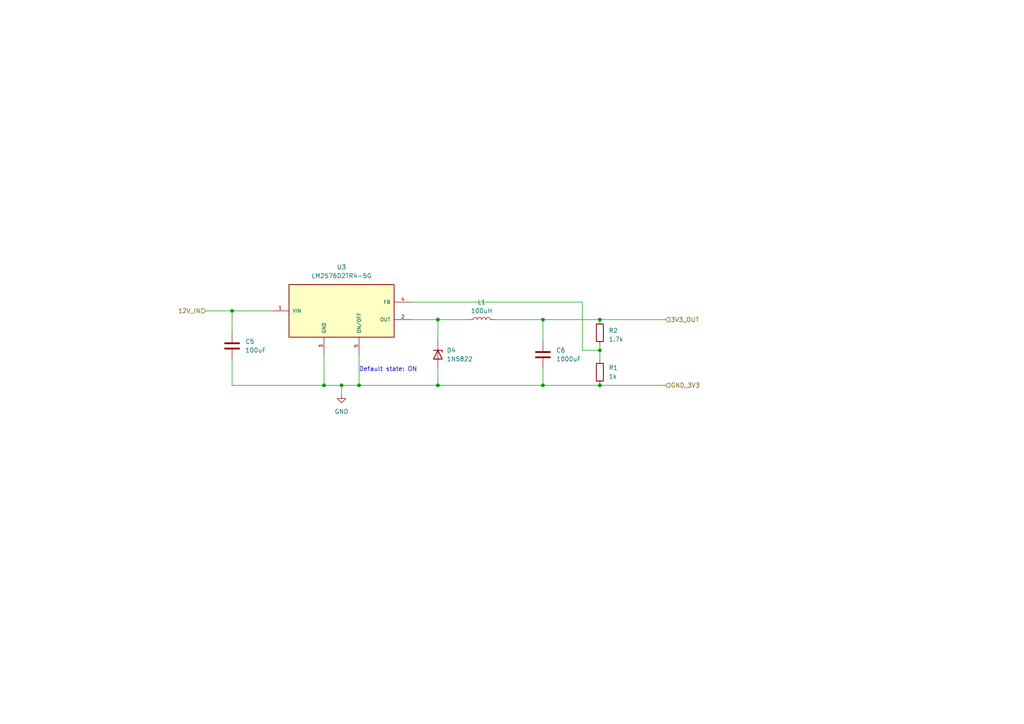
<source format=kicad_sch>
(kicad_sch (version 20230121) (generator eeschema)
  (paper "A4")
  (lib_symbols
    (symbol "Device:C" (pin_numbers hide) (pin_names (offset 0.254))
      (property "Reference" "C" (at 0.635 2.54 0))
      (property "Value" "C" (at 0.635 -2.54 0))
      (symbol "C_0_1"
        (polyline (pts (xy -2.032 -0.762) (xy 2.032 -0.762)) (stroke (width 0.508)))
        (polyline (pts (xy -2.032 0.762) (xy 2.032 0.762)) (stroke (width 0.508)))
      )
      (symbol "C_1_1"
        (pin passive line (at 0 3.81 270) (length 2.794) (name "~") (number "1"))
        (pin passive line (at 0 -3.81 90) (length 2.794) (name "~") (number "2"))
      )
    )
    (symbol "Device:D_Zener" (pin_numbers hide) (pin_names (offset 1.016) hide)
      (property "Reference" "D" (at 0 2.54 0))
      (property "Value" "D_Zener" (at 0 -2.54 0))
      (symbol "D_Zener_0_1"
        (polyline (pts (xy 1.27 0) (xy -1.27 0)))
        (polyline (pts (xy -1.27 -1.27) (xy -1.27 1.27) (xy -0.762 1.27)) (stroke (width 0.254)))
        (polyline (pts (xy 1.27 -1.27) (xy 1.27 1.27) (xy -1.27 0) (xy 1.27 -1.27)) (stroke (width 0.254)))
      )
      (symbol "D_Zener_1_1"
        (pin passive line (at -3.81 0 0) (length 2.54) (name "K") (number "1"))
        (pin passive line (at 3.81 0 180) (length 2.54) (name "A") (number "2"))
      )
    )
    (symbol "Device:L" (pin_numbers hide) (pin_names (offset 1.016) hide)
      (property "Reference" "L" (at -1.27 0 90))
      (property "Value" "L" (at 1.905 0 90))
      (symbol "L_0_1"
        (arc (start 0 -2.54) (mid 0.6323 -1.905) (end 0 -1.27))
        (arc (start 0 -1.27) (mid 0.6323 -0.635) (end 0 0))
        (arc (start 0 0) (mid 0.6323 0.635) (end 0 1.27))
        (arc (start 0 1.27) (mid 0.6323 1.905) (end 0 2.54))
      )
      (symbol "L_1_1"
        (pin passive line (at 0 3.81 270) (length 1.27) (name "1") (number "1"))
        (pin passive line (at 0 -3.81 90) (length 1.27) (name "2") (number "2"))
      )
    )
    (symbol "Device:R" (pin_numbers hide) (pin_names (offset 0))
      (property "Reference" "R" (at 2.032 0 90))
      (property "Value" "R" (at 0 0 90))
      (symbol "R_0_1"
        (rectangle (start -1.016 -2.54) (end 1.016 2.54) (stroke (width 0.254)))
      )
      (symbol "R_1_1"
        (pin passive line (at 0 3.81 270) (length 1.27) (name "~") (number "1"))
        (pin passive line (at 0 -3.81 90) (length 1.27) (name "~") (number "2"))
      )
    )
    (symbol "FCPB_Parts:LM2576D2TR4-5G" (pin_names (offset 1.016))
      (property "Reference" "U" (at -17.8054 -20.3454 0))
      (property "Value" "LM2576D2TR4-5G" (at -17.8054 -22.8854 0))
      (symbol "LM2576D2TR4-5G_0_0"
        (rectangle (start -15.24 -7.62) (end 15.24 7.62) (stroke (width 0.254)) (fill (type background)))
        (pin input line (at -20.32 0 0) (length 5.08) (name "VIN") (number "1"))
        (pin output line (at 20.32 -2.54 180) (length 5.08) (name "OUT") (number "2"))
        (pin passive line (at -5.08 -12.7 90) (length 5.08) (name "GND") (number "3"))
        (pin output line (at 20.32 2.54 180) (length 5.08) (name "FB") (number "4"))
        (pin input line (at 5.08 -12.7 90) (length 5.08) (name "ON/OFF") (number "5"))
      )
    )
    (symbol "power:GND" (power) (pin_names (offset 0))
      (property "Value" "GND" (at 0 -3.81 0))
      (symbol "GND_0_1"
        (polyline (pts (xy 0 0) (xy 0 -1.27) (xy 1.27 -1.27) (xy 0 -2.54) (xy -1.27 -1.27) (xy 0 -1.27)))
      )
      (symbol "GND_1_1"
        (pin power_in line (at 0 0 270) (length 0) hide (name "GND") (number "1"))
      )
    )
  )
  (junction (at 127 111.76))
  (junction (at 157.48 92.71))
  (junction (at 93.98 111.76))
  (junction (at 104.14 111.76))
  (junction (at 173.99 111.76))
  (junction (at 99.06 111.76))
  (junction (at 173.99 92.71))
  (junction (at 157.48 111.76))
  (junction (at 127 92.71))
  (junction (at 173.99 101.6))
  (junction (at 67.31 90.17))
  (wire (pts (xy 157.48 111.76) (xy 127 111.76)))
  (wire (pts (xy 157.48 111.76) (xy 173.99 111.76)))
  (wire (pts (xy 157.48 106.68) (xy 157.48 111.76)))
  (wire (pts (xy 104.14 102.87) (xy 104.14 111.76)))
  (wire (pts (xy 157.48 92.71) (xy 157.48 99.06)))
  (wire (pts (xy 173.99 92.71) (xy 193.04 92.71)))
  (wire (pts (xy 143.51 92.71) (xy 157.48 92.71)))
  (wire (pts (xy 99.06 111.76) (xy 104.14 111.76)))
  (wire (pts (xy 93.98 111.76) (xy 67.31 111.76)))
  (wire (pts (xy 67.31 104.14) (xy 67.31 111.76)))
  (wire (pts (xy 173.99 100.33) (xy 173.99 101.6)))
  (wire (pts (xy 127 92.71) (xy 135.89 92.71)))
  (wire (pts (xy 173.99 111.76) (xy 193.04 111.76)))
  (wire (pts (xy 168.91 87.63) (xy 168.91 101.6)))
  (wire (pts (xy 157.48 92.71) (xy 173.99 92.71)))
  (wire (pts (xy 119.38 87.63) (xy 168.91 87.63)))
  (wire (pts (xy 173.99 101.6) (xy 173.99 104.14)))
  (wire (pts (xy 127 92.71) (xy 127 99.06)))
  (wire (pts (xy 67.31 90.17) (xy 78.74 90.17)))
  (wire (pts (xy 67.31 90.17) (xy 67.31 96.52)))
  (wire (pts (xy 93.98 102.87) (xy 93.98 111.76)))
  (wire (pts (xy 59.69 90.17) (xy 67.31 90.17)))
  (wire (pts (xy 99.06 111.76) (xy 93.98 111.76)))
  (wire (pts (xy 104.14 111.76) (xy 127 111.76)))
  (wire (pts (xy 127 106.68) (xy 127 111.76)))
  (wire (pts (xy 168.91 101.6) (xy 173.99 101.6)))
  (wire (pts (xy 119.38 92.71) (xy 127 92.71)))
  (wire (pts (xy 99.06 111.76) (xy 99.06 114.3)))
  (text "Default state: ON\n" (at 104.14 107.95 0) (effects (font (size 1.27 1.27)) (justify left bottom)))
  (hierarchical_label "12V_IN" (shape input) (at 59.69 90.17 180))
  (hierarchical_label "GND_3V3" (shape input) (at 193.04 111.76 0))
  (hierarchical_label "3V3_OUT" (shape input) (at 193.04 92.71 0))
  (symbol (lib_id "power:GND") (at 99.06 114.3 0) (unit 1)
    (property "Reference" "#PWR02" (effects hide))
    (property "Value" "GND" (at 99.06 119.38 0))
    (instances (project "FCBoard" (path "" (reference "#PWR02") (unit 1)) (path "" (reference "#PWR04") (unit 1)) (path "" (reference "#PWR07") (unit 1)) (path "" (reference "#PWR021") (unit 1))))
  )
  (symbol (lib_id "Device:R") (at 173.99 107.95 0) (unit 1)
    (property "Reference" "R1" (at 176.53 106.68 0) (effects (justify left)))
    (property "Value" "1k" (at 176.53 109.22 0) (effects (justify left)))
    (instances (project "FCBoard" (path "" (reference "R1") (unit 1)) (path "" (reference "R5") (unit 1)) (path "" (reference "R9") (unit 1)) (path "" (reference "R11") (unit 1))))
  )
  (symbol (lib_id "Device:L") (at 139.7 92.71 90) (unit 1)
    (property "Reference" "L1" (at 139.7 87.63 90))
    (property "Value" "100uH" (at 139.7 90.17 90))
    (instances (project "FCBoard" (path "" (reference "L1") (unit 1)) (path "" (reference "L2") (unit 1)) (path "" (reference "L3") (unit 1)) (path "" (reference "L4") (unit 1))))
  )
  (symbol (lib_id "Device:C") (at 157.48 102.87 0) (unit 1)
    (property "Reference" "C6" (at 161.29 101.6 0) (effects (justify left)))
    (property "Value" "1000uF" (at 161.29 104.14 0) (effects (justify left)))
    (instances (project "FCBoard" (path "" (reference "C6") (unit 1)) (path "" (reference "C8") (unit 1)) (path "" (reference "C10") (unit 1)) (path "" (reference "C18") (unit 1))))
  )
  (symbol (lib_id "Device:C") (at 67.31 100.33 0) (unit 1)
    (property "Reference" "C5" (at 71.12 99.06 0) (effects (justify left)))
    (property "Value" "100uF" (at 71.12 101.6 0) (effects (justify left)))
    (instances (project "FCBoard" (path "" (reference "C5") (unit 1)) (path "" (reference "C7") (unit 1)) (path "" (reference "C9") (unit 1)) (path "" (reference "C17") (unit 1))))
  )
  (symbol (lib_id "FCPB_Parts:LM2576D2TR4-5G") (at 99.06 90.17 0) (unit 1)
    (property "Reference" "U3" (at 99.06 77.47 0))
    (property "Value" "LM2576D2TR4-5G" (at 99.06 80.01 0))
    (property "Footprint" "D2PAK-5" (effects hide))
    (instances (project "FCBoard" (path "" (reference "U3") (unit 1)) (path "" (reference "U4") (unit 1)) (path "" (reference "U6") (unit 1))))
  )
  (symbol (lib_id "Device:R") (at 173.99 96.52 0) (unit 1)
    (property "Reference" "R2" (at 176.53 95.885 0) (effects (justify left)))
    (property "Value" "1.7k" (at 176.53 98.425 0) (effects (justify left)))
    (instances (project "FCBoard" (path "" (reference "R2") (unit 1)) (path "" (reference "R4") (unit 1)) (path "" (reference "R7") (unit 1)) (path "" (reference "R10") (unit 1))))
  )
  (symbol (lib_id "Device:D_Zener") (at 127 102.87 270) (unit 1)
    (property "Reference" "D4" (at 129.54 101.6 90) (effects (justify left)))
    (property "Value" "1N5822" (at 129.54 104.14 90) (effects (justify left)))
    (instances (project "FCBoard" (path "" (reference "D4") (unit 1)) (path "" (reference "D7") (unit 1)) (path "" (reference "D12") (unit 1)) (path "" (reference "D13") (unit 1))))
  )
)
</source>
